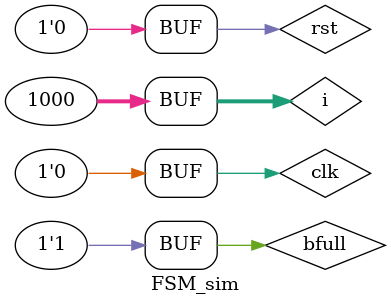
<source format=v>
`timescale 1ns / 1ps


module FSM_sim();
reg clk;
reg enq,rst,deq,bfull;
wire we,we1,we2,we3,mux1,mux2,mux3,mux4,mux5;
wire full,emp;
integer i;
initial 
begin
clk=1'b0;
for(i=0;i<1000;i=i+1)
#5 clk=~clk;
end
initial
begin
bfull=1'b0;
#5 bfull=1'b1;
end
initial
begin
rst=1'b0;
#3 rst=1'b1;
#6 rst=1'b0;
end
FSM FSM1(clk,1'b0,rst,1'b0,bfull,we,we1,we2,we3,mux1,mux2,mux3,mux4,mux5,full,emp);
endmodule

</source>
